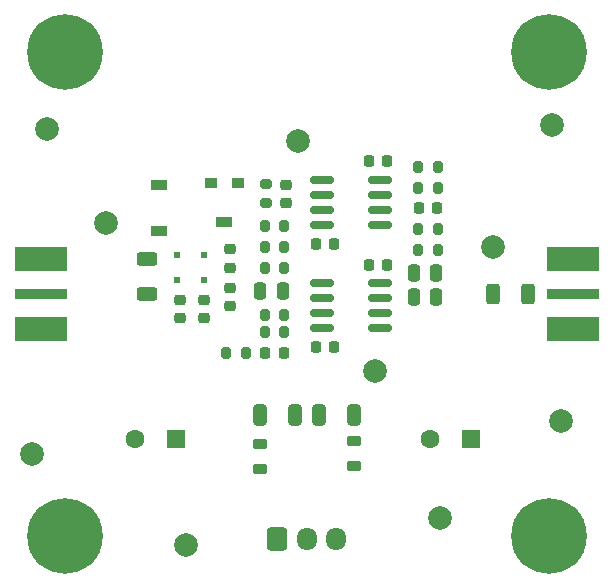
<source format=gbr>
%TF.GenerationSoftware,KiCad,Pcbnew,6.0.7-f9a2dced07~116~ubuntu20.04.1*%
%TF.CreationDate,2022-10-06T22:18:55-07:00*%
%TF.ProjectId,test-amp,74657374-2d61-46d7-902e-6b696361645f,rev?*%
%TF.SameCoordinates,Original*%
%TF.FileFunction,Soldermask,Top*%
%TF.FilePolarity,Negative*%
%FSLAX46Y46*%
G04 Gerber Fmt 4.6, Leading zero omitted, Abs format (unit mm)*
G04 Created by KiCad (PCBNEW 6.0.7-f9a2dced07~116~ubuntu20.04.1) date 2022-10-06 22:18:55*
%MOMM*%
%LPD*%
G01*
G04 APERTURE LIST*
G04 Aperture macros list*
%AMRoundRect*
0 Rectangle with rounded corners*
0 $1 Rounding radius*
0 $2 $3 $4 $5 $6 $7 $8 $9 X,Y pos of 4 corners*
0 Add a 4 corners polygon primitive as box body*
4,1,4,$2,$3,$4,$5,$6,$7,$8,$9,$2,$3,0*
0 Add four circle primitives for the rounded corners*
1,1,$1+$1,$2,$3*
1,1,$1+$1,$4,$5*
1,1,$1+$1,$6,$7*
1,1,$1+$1,$8,$9*
0 Add four rect primitives between the rounded corners*
20,1,$1+$1,$2,$3,$4,$5,0*
20,1,$1+$1,$4,$5,$6,$7,0*
20,1,$1+$1,$6,$7,$8,$9,0*
20,1,$1+$1,$8,$9,$2,$3,0*%
G04 Aperture macros list end*
%ADD10RoundRect,0.150000X-0.825000X-0.150000X0.825000X-0.150000X0.825000X0.150000X-0.825000X0.150000X0*%
%ADD11C,2.000000*%
%ADD12R,1.100000X0.900000*%
%ADD13R,1.400000X0.900000*%
%ADD14RoundRect,0.250000X0.312500X0.625000X-0.312500X0.625000X-0.312500X-0.625000X0.312500X-0.625000X0*%
%ADD15RoundRect,0.200000X0.200000X0.275000X-0.200000X0.275000X-0.200000X-0.275000X0.200000X-0.275000X0*%
%ADD16RoundRect,0.200000X-0.200000X-0.275000X0.200000X-0.275000X0.200000X0.275000X-0.200000X0.275000X0*%
%ADD17RoundRect,0.200000X-0.275000X0.200000X-0.275000X-0.200000X0.275000X-0.200000X0.275000X0.200000X0*%
%ADD18RoundRect,0.250000X0.625000X-0.312500X0.625000X0.312500X-0.625000X0.312500X-0.625000X-0.312500X0*%
%ADD19R,4.500000X0.850000*%
%ADD20R,4.500000X2.000000*%
%ADD21C,6.400000*%
%ADD22C,0.800000*%
%ADD23RoundRect,0.250000X-0.600000X-0.725000X0.600000X-0.725000X0.600000X0.725000X-0.600000X0.725000X0*%
%ADD24O,1.700000X1.950000*%
%ADD25RoundRect,0.218750X0.381250X-0.218750X0.381250X0.218750X-0.381250X0.218750X-0.381250X-0.218750X0*%
%ADD26RoundRect,0.218750X-0.381250X0.218750X-0.381250X-0.218750X0.381250X-0.218750X0.381250X0.218750X0*%
%ADD27R,0.500000X0.500000*%
%ADD28RoundRect,0.225000X-0.225000X-0.250000X0.225000X-0.250000X0.225000X0.250000X-0.225000X0.250000X0*%
%ADD29RoundRect,0.250000X-0.250000X-0.475000X0.250000X-0.475000X0.250000X0.475000X-0.250000X0.475000X0*%
%ADD30RoundRect,0.225000X0.250000X-0.225000X0.250000X0.225000X-0.250000X0.225000X-0.250000X-0.225000X0*%
%ADD31RoundRect,0.225000X0.225000X0.250000X-0.225000X0.250000X-0.225000X-0.250000X0.225000X-0.250000X0*%
%ADD32RoundRect,0.225000X-0.250000X0.225000X-0.250000X-0.225000X0.250000X-0.225000X0.250000X0.225000X0*%
%ADD33RoundRect,0.250000X-0.325000X-0.650000X0.325000X-0.650000X0.325000X0.650000X-0.325000X0.650000X0*%
%ADD34R,1.600000X1.600000*%
%ADD35C,1.600000*%
G04 APERTURE END LIST*
D10*
%TO.C,U2*%
X181225000Y-90345000D03*
X181225000Y-91615000D03*
X181225000Y-92885000D03*
X181225000Y-94155000D03*
X176275000Y-94155000D03*
X176275000Y-92885000D03*
X176275000Y-91615000D03*
X176275000Y-90345000D03*
%TD*%
%TO.C,U1*%
X181225000Y-99095000D03*
X181225000Y-100365000D03*
X181225000Y-101635000D03*
X181225000Y-102905000D03*
X176275000Y-102905000D03*
X176275000Y-101635000D03*
X176275000Y-100365000D03*
X176275000Y-99095000D03*
%TD*%
D11*
%TO.C,TP10*%
X186250000Y-119000000D03*
%TD*%
%TO.C,TP9*%
X164750000Y-121250000D03*
%TD*%
%TO.C,TP8*%
X190750000Y-96000000D03*
%TD*%
%TO.C,TP7*%
X195750000Y-85650000D03*
%TD*%
%TO.C,TP6*%
X152950000Y-86050000D03*
%TD*%
%TO.C,TP5*%
X196500000Y-110750000D03*
%TD*%
%TO.C,TP4*%
X151750000Y-113500000D03*
%TD*%
%TO.C,TP3*%
X174250000Y-87000000D03*
%TD*%
%TO.C,TP2*%
X180750000Y-106500000D03*
%TD*%
%TO.C,TP1*%
X158000000Y-94000000D03*
%TD*%
D12*
%TO.C,RV1*%
X166850000Y-90600000D03*
D13*
X168000000Y-93900000D03*
D12*
X169150000Y-90600000D03*
%TD*%
D14*
%TO.C,R13*%
X193712500Y-100000000D03*
X190787500Y-100000000D03*
%TD*%
D15*
%TO.C,R12*%
X184425000Y-89250000D03*
X186075000Y-89250000D03*
%TD*%
D16*
%TO.C,R11*%
X186075000Y-91000000D03*
X184425000Y-91000000D03*
%TD*%
D15*
%TO.C,R10*%
X184425000Y-94500000D03*
X186075000Y-94500000D03*
%TD*%
D16*
%TO.C,R9*%
X186075000Y-96250000D03*
X184425000Y-96250000D03*
%TD*%
%TO.C,R8*%
X169825000Y-105000000D03*
X168175000Y-105000000D03*
%TD*%
D15*
%TO.C,R7*%
X171425000Y-103250000D03*
X173075000Y-103250000D03*
%TD*%
%TO.C,R6*%
X171425000Y-101750000D03*
X173075000Y-101750000D03*
%TD*%
D17*
%TO.C,R5*%
X171500000Y-92325000D03*
X171500000Y-90675000D03*
%TD*%
D15*
%TO.C,R4*%
X171425000Y-97750000D03*
X173075000Y-97750000D03*
%TD*%
D16*
%TO.C,R3*%
X173075000Y-96000000D03*
X171425000Y-96000000D03*
%TD*%
%TO.C,R2*%
X173075000Y-94250000D03*
X171425000Y-94250000D03*
%TD*%
D18*
%TO.C,R1*%
X161500000Y-97037500D03*
X161500000Y-99962500D03*
%TD*%
D19*
%TO.C,J7*%
X197500000Y-100000000D03*
D20*
X197500000Y-102975000D03*
X197500000Y-97025000D03*
%TD*%
D21*
%TO.C,J6*%
X195500000Y-120500000D03*
D22*
X198000000Y-120500000D03*
X197250000Y-118750000D03*
X195500000Y-118000000D03*
X193000000Y-120500000D03*
X195500000Y-123000000D03*
X193750000Y-122250000D03*
X193750000Y-118750000D03*
X197250000Y-122250000D03*
%TD*%
D21*
%TO.C,J5*%
X154500000Y-120500000D03*
D22*
X157000000Y-120500000D03*
X156250000Y-118750000D03*
X154500000Y-118000000D03*
X152000000Y-120500000D03*
X154500000Y-123000000D03*
X152750000Y-122250000D03*
X152750000Y-118750000D03*
X156250000Y-122250000D03*
%TD*%
D21*
%TO.C,J4*%
X195500000Y-79500000D03*
D22*
X198000000Y-79500000D03*
X197250000Y-77750000D03*
X195500000Y-77000000D03*
X193000000Y-79500000D03*
X195500000Y-82000000D03*
X193750000Y-81250000D03*
X193750000Y-77750000D03*
X197250000Y-81250000D03*
%TD*%
D21*
%TO.C,J3*%
X154500000Y-79500000D03*
D22*
X157000000Y-79500000D03*
X156250000Y-77750000D03*
X154500000Y-77000000D03*
X152000000Y-79500000D03*
X154500000Y-82000000D03*
X152750000Y-81250000D03*
X152750000Y-77750000D03*
X156250000Y-81250000D03*
%TD*%
D23*
%TO.C,J2*%
X172500000Y-120750000D03*
D24*
X175000000Y-120750000D03*
X177500000Y-120750000D03*
%TD*%
D19*
%TO.C,J1*%
X152500000Y-100000000D03*
D20*
X152500000Y-97025000D03*
X152500000Y-102975000D03*
%TD*%
D25*
%TO.C,FB2*%
X179000000Y-114562500D03*
X179000000Y-112437500D03*
%TD*%
D26*
%TO.C,FB1*%
X171000000Y-112687500D03*
X171000000Y-114812500D03*
%TD*%
D27*
%TO.C,D2*%
X164000000Y-98850000D03*
X164000000Y-96650000D03*
%TD*%
%TO.C,D1*%
X166250000Y-98850000D03*
X166250000Y-96650000D03*
%TD*%
D28*
%TO.C,C19*%
X186025000Y-92750000D03*
X184475000Y-92750000D03*
%TD*%
D29*
%TO.C,C18*%
X185950000Y-100250000D03*
X184050000Y-100250000D03*
%TD*%
%TO.C,C17*%
X185950000Y-98250000D03*
X184050000Y-98250000D03*
%TD*%
D28*
%TO.C,C16*%
X173025000Y-105000000D03*
X171475000Y-105000000D03*
%TD*%
D29*
%TO.C,C15*%
X172950000Y-99750000D03*
X171050000Y-99750000D03*
%TD*%
D30*
%TO.C,C14*%
X173250000Y-90725000D03*
X173250000Y-92275000D03*
%TD*%
D31*
%TO.C,C13*%
X175725000Y-95750000D03*
X177275000Y-95750000D03*
%TD*%
%TO.C,C12*%
X180225000Y-88750000D03*
X181775000Y-88750000D03*
%TD*%
D13*
%TO.C,C11*%
X162500000Y-90800000D03*
X162500000Y-94700000D03*
%TD*%
D30*
%TO.C,C10*%
X168500000Y-96225000D03*
X168500000Y-97775000D03*
%TD*%
D32*
%TO.C,C9*%
X168500000Y-101025000D03*
X168500000Y-99475000D03*
%TD*%
D30*
%TO.C,C8*%
X164250000Y-100475000D03*
X164250000Y-102025000D03*
%TD*%
D32*
%TO.C,C7*%
X166250000Y-102025000D03*
X166250000Y-100475000D03*
%TD*%
D31*
%TO.C,C6*%
X175725000Y-104500000D03*
X177275000Y-104500000D03*
%TD*%
%TO.C,C5*%
X180225000Y-97500000D03*
X181775000Y-97500000D03*
%TD*%
D33*
%TO.C,C4*%
X176025000Y-110250000D03*
X178975000Y-110250000D03*
%TD*%
%TO.C,C3*%
X171025000Y-110250000D03*
X173975000Y-110250000D03*
%TD*%
D34*
%TO.C,C2*%
X188902651Y-112250000D03*
D35*
X185402651Y-112250000D03*
%TD*%
D34*
%TO.C,C1*%
X163902651Y-112250000D03*
D35*
X160402651Y-112250000D03*
%TD*%
M02*

</source>
